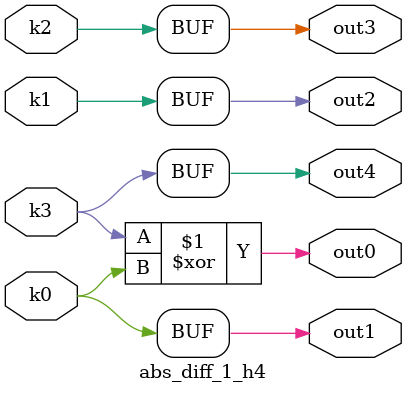
<source format=v>
module abs_diff_1(pi00, pi01, pi02, pi03, pi04, pi05, pi06, pi07, pi08, pi09, po0, po1, po2, po3, po4);
input pi00, pi01, pi02, pi03, pi04, pi05, pi06, pi07, pi08, pi09;
output po0, po1, po2, po3, po4;
wire k0, k1, k2, k3;
abs_diff_1_w4 DUT1 (pi00, pi01, pi02, pi03, pi04, pi05, pi06, pi07, pi08, pi09, k0, k1, k2, k3);
abs_diff_1_h4 DUT2 (k0, k1, k2, k3, po0, po1, po2, po3, po4);
endmodule

module abs_diff_1_w4(in9, in8, in7, in6, in5, in4, in3, in2, in1, in0, k3, k2, k1, k0);
input in9, in8, in7, in6, in5, in4, in3, in2, in1, in0;
output k3, k2, k1, k0;
assign k0 =   ((in7 ^ in4) | ((((~in0 | (in9 & ~in6)) & (in9 | ~in6)) | (in8 & ~in5)) & (in8 | ~in5))) & ((~in7 ^ in4) | ((in6 | (((~in8 & in5) | (~in3 & ~in9)) & (in2 | (~in0 & ~in9)))) & (in2 | (~in3 & (in5 | in9 | ~in6))) & (~in8 | in5) & (~in3 | ~in9 | (~in8 & in5)))) & (in2 | ((~in3 | ((~in9 | in6) & (~in8 | in5))) & (~in0 | ((~in9 | ~in6) & (~in8 | in5 | in6))) & in1 & (~in8 | (in5 ? (in9 | ~in6) : (~in9 | in6)))));
assign k1 =   ((in8 ^ in5) & (in2 ? ((in9 & ~in6) | (in3 & (in9 | ~in6))) : (((~in9 | in6) & (in1 ? in3 : in0)) | (in0 & in1 & (in9 | ~in6)) | (~in1 & ~in9 & in6)))) | ((~in8 ^ in5) & ((in0 & ((~in9 & (in2 | (in1 & in6))) | (in6 & in2))) | (~in2 & ((in3 & ((in9 & ~in6) | (~in1 & (in9 | ~in6)))) | (~in1 & in9 & ~in6))) | (~in9 & in6 & in2))) | (in0 & in3 & in1 & ~in2);
assign k2 =   ((~in9 ^ in6) & ((~in2 & ~in1) ? in0 : in3)) | ((in9 ^ in6) & ((~in2 & ~in1) ? in3 : in0));
assign k3 =   (((in9 & (~in6 | in3)) | (~in6 & in3)) & (in7 | ~in4) & (in8 | ~in5)) | (in8 & ~in5 & (in7 | ~in4)) | (in7 & ~in4);
endmodule

module abs_diff_1_h4(k3, k2, k1, k0, out4, out3, out2, out1, out0);
input k3, k2, k1, k0;
output out4, out3, out2, out1, out0;
assign out0 = k3 ^ k0;
assign out1 = k0;
assign out2 = k1;
assign out3 = k2;
assign out4 = k3;
endmodule

</source>
